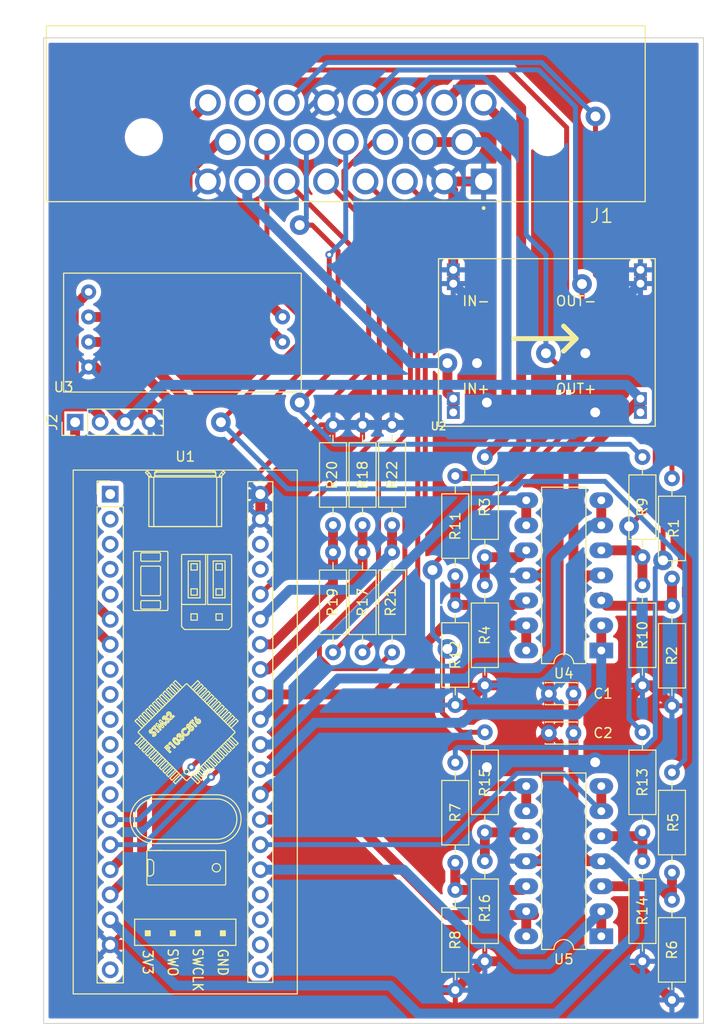
<source format=kicad_pcb>
(kicad_pcb (version 20211014) (generator pcbnew)
  (layers (0 "F.Cu" signal "cobre frontal") (31 "B.Cu" signal "Cobre traseira") (34 "B.Paste" user "Pasta traseira") (35 "F.Paste" user "Pasta frontal") (36 "B.SilkS" user "Serigrafia traseira") (37 "F.SilkS" user "Serigrafia frontal") (38 "B.Mask" user "Máscara traseira") (39 "F.Mask" user "Máscara frontal") (44 "Edge.Cuts" user "Cortes contorno"))
  (net 0 "")
  (net 1 "GND")
  (net 2 "+5V")
  (net 3 "CAN_H")
  (net 4 "FREIOS_IN_2")
  (net 5 "CAN_L")
  (net 6 "BOTS_IN")
  (net 7 "INERTIA_IN")
  (net 8 "PWT_IN_1")
  (net 9 "PWT_IN_2")
  (net 10 "+12V")
  (net 11 "PWT_IN_4")
  (net 12 "FREIOS_IN_1")
  (net 13 "ADC_IN_1")
  (net 14 "FREIOS_IN_3")
  (net 15 "TPS_IN_1")
  (net 16 "TPS_IN_2")
  (net 17 "ADC_IN_3")
  (net 18 "ADC_IN_2")
  (net 19 "Net-(R1-Pad2)")
  (net 20 "Net-(R3-Pad2)")
  (net 21 "Net-(R5-Pad2)")
  (net 22 "Net-(R7-Pad2)")
  (net 23 "Net-(R10-Pad1)")
  (net 24 "Net-(R11-Pad2)")
  (net 25 "Net-(R13-Pad2)")
  (net 26 "Net-(R15-Pad2)")
  (net 45 "SHUT_IN")
  (net 46 "Net-(J2-Pad1)")
  (net 47 "Net-(J2-Pad2)")
  (net 48 "BOTS_OUT")
  (net 49 "INERTIA_OUT")
  (net 50 "SHUT_OUT")
  (net 51 "FREIOS_OUT_3")
  (net 52 "FREIOS_OUT_2")
  (net 53 "FREIOS_OUT_1")
  (net 54 "TPS_OUT_2")
  (net 55 "TPS_OUT_1")
  (net 56 "ADC_OUT_3")
  (net 57 "ADC_OUT_2")
  (net 58 "ADC_OUT_1")
  (net 59 "CAN_RX")
  (net 60 "CAN_TX")
  (footprint "Capacitor_THT:C_Disc_D3.0mm_W2.0mm_P2.50mm" (layer "F.Cu") (at 88.795 122.535 180)
    (fp_text reference "C2")
    (fp_text value "100nF")
  )
  (footprint "Resistor_THT:R_Axial_DIN0207_L6.3mm_D2.5mm_P10.16mm_Horizontal" (layer "F.Cu") (at 79.795 107.535 -90)
    (fp_text reference "R4")
    (fp_text value "10K")
  )
  (footprint "Resistor_THT:R_Axial_DIN0207_L6.3mm_D2.5mm_P10.16mm_Horizontal" (layer "F.Cu") (at 76.795 109.535 -90)
    (fp_text reference "R12")
    (fp_text value "10K")
  )
  (footprint "Resistor_THT:R_Axial_DIN0207_L6.3mm_D2.5mm_P10.16mm_Horizontal" (layer "F.Cu") (at 76.795 125.535 -90)
    (fp_text reference "R7")
    (fp_text value "10K")
  )
  (footprint "Resistor_THT:R_Axial_DIN0207_L6.3mm_D2.5mm_P10.16mm_Horizontal" (layer "F.Cu") (at 98.795 96.695 -90)
    (fp_text reference "R1")
    (fp_text value "10K")
  )
  (footprint "Resistor_THT:R_Axial_DIN0207_L6.3mm_D2.5mm_P10.16mm_Horizontal" (layer "F.Cu") (at 79.795 122.455 -90)
    (fp_text reference "R15")
    (fp_text value "10K")
  )
  (footprint "Resistor_THT:R_Axial_DIN0207_L6.3mm_D2.5mm_P10.16mm_Horizontal" (layer "F.Cu") (at 98.795 139.455 -90)
    (fp_text reference "R6")
    (fp_text value "10K")
  )
  (footprint "Resistor_THT:R_Axial_DIN0207_L6.3mm_D2.5mm_P10.16mm_Horizontal" (layer "F.Cu") (at 95.795 94.535 -90)
    (fp_text reference "R9")
    (fp_text value "10K")
  )
  (footprint "Connector_PinHeader_2.54mm:PinHeader_1x04_P2.54mm_Vertical" (layer "F.Cu") (at 38.2 91 90)
    (fp_text reference "J2")
    (fp_text value "UART")
  )
  (footprint "Resistor_THT:R_Axial_DIN0207_L6.3mm_D2.5mm_P10.16mm_Horizontal" (layer "F.Cu") (at 95.795 107.535 -90)
    (fp_text reference "R10")
    (fp_text value "10K")
  )
  (footprint "Resistor_THT:R_Axial_DIN0207_L6.3mm_D2.5mm_P10.16mm_Horizontal" (layer "F.Cu") (at 76.795 96.455 -90)
    (fp_text reference "R11")
    (fp_text value "10K")
  )
  (footprint "Resistor_THT:R_Axial_DIN0207_L6.3mm_D2.5mm_P10.16mm_Horizontal" (layer "F.Cu") (at 95.795 135.535 -90)
    (fp_text reference "R14")
    (fp_text value "10K")
  )
  (footprint "Resistor_THT:R_Axial_DIN0207_L6.3mm_D2.5mm_P10.16mm_Horizontal" (layer "F.Cu") (at 79.795 135.535 -90)
    (fp_text reference "R16")
    (fp_text value "10K")
  )
  (footprint "Package_DIP:DIP-14_W7.62mm_LongPads" (layer "F.Cu") (at 91.62 114.16 180)
    (fp_text reference "U4")
    (fp_text value "LM324")
  )
  (footprint "Resistor_THT:R_Axial_DIN0207_L6.3mm_D2.5mm_P10.16mm_Horizontal" (layer "F.Cu") (at 67.38 114.35 90)
    (fp_text reference "R17")
    (fp_text value "30K")
  )
  (footprint "Resistor_THT:R_Axial_DIN0207_L6.3mm_D2.5mm_P10.16mm_Horizontal" (layer "F.Cu") (at 64.38 114.35 90)
    (fp_text reference "R19")
    (fp_text value "30K")
  )
  (footprint "Resistor_THT:R_Axial_DIN0207_L6.3mm_D2.5mm_P10.16mm_Horizontal" (layer "F.Cu") (at 70.38 114.35 90)
    (fp_text reference "R21")
    (fp_text value "30K")
  )
  (footprint "Package_DIP:DIP-14_W7.62mm_LongPads" (layer "F.Cu") (at 91.62 143.16 180)
    (fp_text reference "U5")
    (fp_text value "LM324")
  )
  (footprint "Resistor_THT:R_Axial_DIN0207_L6.3mm_D2.5mm_P10.16mm_Horizontal" (layer "F.Cu") (at 76.795 138.455 -90)
    (fp_text reference "R8")
    (fp_text value "10K")
  )
  (footprint "Resistor_THT:R_Axial_DIN0207_L6.3mm_D2.5mm_P10.16mm_Horizontal" (layer "F.Cu") (at 95.795 122.455 -90)
    (fp_text reference "R13")
    (fp_text value "10K")
  )
  (footprint "STM32:YAAJ_BluePill_1" (layer "F.Cu") (at 41.76 98.3)
    (fp_text reference "U1")
    (fp_text value "YAAJ_BluePill" hide)
  )
  (footprint "Resistor_THT:R_Axial_DIN0207_L6.3mm_D2.5mm_P10.16mm_Horizontal" (layer "F.Cu") (at 79.795 94.535 -90)
    (fp_text reference "R3")
    (fp_text value "10K")
  )
  (footprint "Resistor_THT:R_Axial_DIN0207_L6.3mm_D2.5mm_P10.16mm_Horizontal" (layer "F.Cu") (at 98.795 126.535 -90)
    (fp_text reference "R5")
    (fp_text value "10K")
  )
  (footprint "Resistor_THT:R_Axial_DIN0207_L6.3mm_D2.5mm_P10.16mm_Horizontal" (layer "F.Cu") (at 70.38 101.43 90)
    (fp_text reference "R22")
    (fp_text value "10K")
  )
  (footprint "Cheetah:DC-BRICK" (layer "F.Cu") (at 75.09325 91.40675)
    (fp_text reference "U2")
    (fp_text value "MP1584")
  )
  (footprint "Resistor_THT:R_Axial_DIN0207_L6.3mm_D2.5mm_P10.16mm_Horizontal" (layer "F.Cu") (at 64.38 101.43 90)
    (fp_text reference "R20")
    (fp_text value "10K")
  )
  (footprint "Resistor_THT:R_Axial_DIN0207_L6.3mm_D2.5mm_P10.16mm_Horizontal" (layer "F.Cu") (at 98.795 109.615 -90)
    (fp_text reference "R2")
    (fp_text value "10K")
  )
  (footprint "Resistor_THT:R_Axial_DIN0207_L6.3mm_D2.5mm_P10.16mm_Horizontal" (layer "F.Cu") (at 67.38 101.43 90)
    (fp_text reference "R18")
    (fp_text value "10K")
  )
  (footprint "Cheetah:TJA1050-Module" (layer "F.Cu") (at 37.03 87.9375)
    (fp_text reference "U3")
    (fp_text value "TJA1050-Module")
  )
  (footprint "Ampseal 23:TE_1-776087-1" (layer "F.Cu") (at 79.675 66.5725 180)
    (fp_text reference "J1")
    (fp_text value "1-776087-1")
  )
  (footprint "Capacitor_THT:C_Disc_D3.0mm_W2.0mm_P2.50mm" (layer "F.Cu") (at 88.795 118.535 180)
    (fp_text reference "C1")
    (fp_text value "100nF")
  )
  (gr_rect (start 35 52) (end 102 152) (layer "Edge.Cuts") (width 0.1) (fill none))
  (segment (start 76.59325 67.49075) (end 75.675 66.5725) (width 1) (layer "F.Cu") (net 1))
  (segment (start 77.795 119.695) (end 79.795 117.695) (width 1) (layer "F.Cu") (net 1))
  (segment (start 83.409905 117.695) (end 85.682452 115.422452) (width 1) (layer "F.Cu") (net 1))
  (segment (start 87 95) (end 90 92) (width 1) (layer "F.Cu") (net 1))
  (segment (start 90 92) (end 90 91) (width 1) (layer "F.Cu") (net 1))
  (segment (start 57.35 98.3) (end 57 98.3) (width 1) (layer "F.Cu") (net 1))
  (segment (start 85.4 106.54) (end 87 104.94) (width 1) (layer "F.Cu") (net 1))
  (segment (start 86.295 116.035) (end 85.682452 115.422452) (width 1) (layer "F.Cu") (net 1))
  (segment (start 85.4 106.54) (end 84 106.54) (width 1) (layer "F.Cu") (net 1))
  (segment (start 86.795 107.935) (end 85.4 106.54) (width 1) (layer "F.Cu") (net 1))
  (segment (start 95.795 146.535) (end 90.995978 146.535) (width 1) (layer "F.Cu") (net 1))
  (segment (start 95.59325 75.53675) (end 95.59325 76.93675) (width 1) (layer "F.Cu") (net 1))
  (segment (start 64.38 91.27) (end 57.35 98.3) (width 1) (layer "F.Cu") (net 1))
  (segment (start 80 86) (end 79 85) (width 1) (layer "F.Cu") (net 1))
  (segment (start 79.795 117.695) (end 83.409905 117.695) (width 1) (layer "F.Cu") (net 1))
  (segment (start 96.715 117.695) (end 98.795 119.775) (width 1) (layer "F.Cu") (net 1))
  (segment (start 86.295 122.535) (end 86.295 118.535) (width 1) (layer "F.Cu") (net 1))
  (segment (start 95.795 145.695) (end 95.795 146.535) (width 1) (layer "F.Cu") (net 1))
  (segment (start 87.895489 143.434511) (end 86.295 141.834022) (width 1) (layer "F.Cu") (net 1))
  (segment (start 86.295 134.645) (end 86.295 122.535) (width 1) (layer "F.Cu") (net 1))
  (segment (start 79.715 145.695) (end 76.795 148.615) (width 1) (layer "F.Cu") (net 1))
  (segment (start 40.2175 85.3975) (end 39.57 85.3975) (width 1) (layer "F.Cu") (net 1))
  (segment (start 91 85) (end 90 84) (width 1) (layer "F.Cu") (net 1))
  (segment (start 87 104.94) (end 87 95) (width 1) (layer "F.Cu") (net 1))
  (segment (start 95.795 146.615) (end 98.795 149.615) (width 1) (layer "F.Cu") (net 1))
  (segment (start 91 122.49) (end 91 125.4995) (width 1) (layer "F.Cu") (net 1))
  (segment (start 76.59325 75.53675) (end 76.59325 76.93675) (width 1) (layer "F.Cu") (net 1))
  (segment (start 79.675 66.5725) (end 75.675 66.5725) (width 1) (layer "F.Cu") (net 1))
  (segment (start 82.83 126) (end 86.295 122.535) (width 1) (layer "F.Cu") (net 1))
  (segment (start 91 90) (end 91 85) (width 1) (layer "F.Cu") (net 1))
  (segment (start 85.4 135.54) (end 86.295 134.645) (width 1) (layer "F.Cu") (net 1))
  (segment (start 76.795 148.615) (end 48.615 148.615) (width 1) (layer "F.Cu") (net 1))
  (segment (start 86.295 141.834022) (end 86.295 134.645) (width 1) (layer "F.Cu") (net 1))
  (segment (start 57 98.3) (end 57 100.84) (width 1) (layer "F.Cu") (net 1))
  (segment (start 90.995978 146.535) (end 87.895489 143.434511) (width 1) (layer "F.Cu") (net 1))
  (segment (start 76.795 119.695) (end 77.795 119.695) (width 1) (layer "F.Cu") (net 1))
  (segment (start 44.02 144.02) (end 41.76 144.02) (width 1) (layer "F.Cu") (net 1))
  (segment (start 87.895489 143.434511) (end 85.635 145.695) (width 1) (layer "F.Cu") (net 1))
  (segment (start 85.635 145.695) (end 79.795 145.695) (width 1) (layer "F.Cu") (net 1))
  (segment (start 80 126) (end 82.83 126) (width 1) (layer "F.Cu") (net 1))
  (segment (start 76.59325 75.53675) (end 76.59325 67.49075) (width 1) (layer "F.Cu") (net 1))
  (segment (start 95.795 117.695) (end 96.715 117.695) (width 1) (layer "F.Cu") (net 1))
  (segment (start 86.795 114.309905) (end 86.795 107.935) (width 1) (layer "F.Cu") (net 1))
  (segment (start 45.82 91) (end 40.2175 85.3975) (width 1) (layer "F.Cu") (net 1))
  (segment (start 90 91) (end 91 90) (width 1) (layer "F.Cu") (net 1))
  (segment (start 48.615 148.615) (end 44.02 144.02) (width 1) (layer "F.Cu") (net 1))
  (segment (start 79.795 145.695) (end 79.715 145.695) (width 1) (layer "F.Cu") (net 1))
  (segment (start 95.795 146.535) (end 95.795 146.615) (width 1) (layer "F.Cu") (net 1))
  (segment (start 86.295 118.535) (end 86.295 116.035) (width 1) (layer "F.Cu") (net 1))
  (segment (start 84 135.54) (end 85.4 135.54) (width 1) (layer "F.Cu") (net 1))
  (segment (start 95.795 117.695) (end 91 122.49) (width 1) (layer "F.Cu") (net 1))
  (segment (start 85.682452 115.422452) (end 86.795 114.309905) (width 1) (layer "F.Cu") (net 1))
  (segment (start 80 89) (end 80 86) (width 1) (layer "F.Cu") (net 1))
  (via (at 80 89) (size 2) (drill 1) (layers "F.Cu" "B.Cu") (net 1))
  (via (at 91 125.4995) (size 2) (drill 1) (layers "F.Cu" "B.Cu") (net 1))
  (via (at 79 85) (size 2) (drill 1) (layers "F.Cu" "B.Cu") (net 1))
  (via (at 80 126) (size 2) (drill 1) (layers "F.Cu" "B.Cu") (net 1))
  (via (at 91 90) (size 2) (drill 1) (layers "F.Cu" "B.Cu") (net 1))
  (via (at 90 84) (size 2) (drill 1) (layers "F.Cu" "B.Cu") (net 1))
  (segment (start 71.862989 63.323061) (end 75.112428 66.5725) (width 0.5) (layer "B.Cu") (net 1))
  (segment (start 70.38 91.27) (end 67.38 91.27) (width 1) (layer "B.Cu") (net 1))
  (segment (start 79.235969 89.764031) (end 80 89) (width 1) (layer "B.Cu") (net 1))
  (segment (start 74.27 91.27) (end 75.27 91.27) (width 1) (layer "B.Cu") (net 1))
  (segment (start 76.235969 92.235969) (end 79.235969 92.235969) (width 1) (layer "B.Cu") (net 1))
  (segment (start 62.4275 58.5725) (end 63.675 58.5725) (width 0.5) (layer "B.Cu") (net 1))
  (segment (start 75.27 91.27) (end 76.235969 92.235969) (width 1) (layer "B.Cu") (net 1))
  (segment (start 90 84) (end 90 82.53) (width 1) (layer "B.Cu") (net 1))
  (segment (start 91 125.4995) (end 80.5005 125.4995) (width 1) (layer "B.Cu") (net 1))
  (segment (start 59.862989 61.137011) (end 62.4275 58.5725) (width 0.5) (layer "B.Cu") (net 1))
  (segment (start 70.049583 60.384511) (end 71.862989 62.197917) (width 0.5) (layer "B.Cu") (net 1))
  (segment (start 65.487011 60.384511) (end 70.049583 60.384511) (width 0.5) (layer "B.Cu") (net 1))
  (segment (start 59.862989 62.947083) (end 59.862989 61.137011) (width 0.5) (layer "B.Cu") (net 1))
  (segment (start 79.235969 92.235969) (end 79.235969 89.764031) (width 1) (layer "B.Cu") (net 1))
  (segment (start 53.487011 64.760489) (end 58.049583 64.760489) (width 0.5) (layer "B.Cu") (net 1))
  (segment (start 88.764031 92.235969) (end 91 90) (width 1) (layer "B.Cu") (net 1))
  (segment (start 90 82.53) (end 95.59325 76.93675) (width 1) (layer "B.Cu") (net 1))
  (segment (start 58.049583 64.760489) (end 59.862989 62.947083) (width 0.5) (layer "B.Cu") (net 1))
  (segment (start 51.675 66.5725) (end 53.487011 64.760489) (width 0.5) (layer "B.Cu") (net 1))
  (segment (start 75.112428 66.5725) (end 75.675 66.5725) (width 0.5) (layer "B.Cu") (net 1))
  (segment (start 57 98.3) (end 53.12 98.3) (width 1) (layer "B.Cu") (net 1))
  (segment (start 80.5005 125.4995) (end 80 126) (width 1) (layer "B.Cu") (net 1))
  (segment (start 64.38 91.27) (end 67.38 91.27) (width 1) (layer "B.Cu") (net 1))
  (segment (start 71.862989 62.197917) (end 71.862989 63.323061) (width 0.5) (layer "B.Cu") (net 1))
  (segment (start 79 85) (end 79 79.3435) (width 1) (layer "B.Cu") (net 1))
  (segment (start 53.12 98.3) (end 45.82 91) (width 1) (layer "B.Cu") (net 1))
  (segment (start 79 79.3435) (end 76.59325 76.93675) (width 1) (layer "B.Cu") (net 1))
  (segment (start 70.38 91.27) (end 74.27 91.27) (width 1) (layer "B.Cu") (net 1))
  (segment (start 63.675 58.5725) (end 65.487011 60.384511) (width 0.5) (layer "B.Cu") (net 1))
  (segment (start 79.235969 92.235969) (end 88.764031 92.235969) (width 1) (layer "B.Cu") (net 1))
  (segment (start 88.795 95.405) (end 88.795 108.205) (width 1) (layer "F.Cu") (net 2))
  (segment (start 88.795 134.115) (end 90.22 135.54) (width 1) (layer "F.Cu") (net 2))
  (segment (start 39.150969 88.150969) (end 38.058489 87.058489) (width 1) (layer "F.Cu") (net 2))
  (segment (start 88.795 118.535) (end 88.795 108.205) (width 1) (layer "F.Cu") (net 2))
  (segment (start 90.22 135.54) (end 91.62 135.54) (width 1) (layer "F.Cu") (net 2))
  (segment (start 88.795 122.535) (end 88.795 134.115) (width 1) (layer "F.Cu") (net 2))
  (segment (start 43.28 91) (end 40.430969 88.150969) (width 1) (layer "F.Cu") (net 2))
  (segment (start 90.22 106.54) (end 91.62 106.54) (width 1) (layer "F.Cu") (net 2))
  (segment (start 95.59325 88.60675) (end 88.795 95.405) (width 1) (layer "F.Cu") (net 2))
  (segment (start 73.675 62.5725) (end 77.675 62.5725) (width 1) (layer "F.Cu") (net 2))
  (segment (start 88.795 107.965) (end 90.22 106.54) (width 1) (layer "F.Cu") (net 2))
  (segment (start 40.430969 88.150969) (end 39.150969 88.150969) (width 1) (layer "F.Cu") (net 2))
  (segment (start 88.795 118.535) (end 88.795 122.535) (width 1) (layer "F.Cu") (net 2))
  (segment (start 88.795 108.205) (end 88.795 107.965) (width 1) (layer "F.Cu") (net 2))
  (segment (start 38.058489 79.289011) (end 39.57 77.7775) (width 1) (layer "F.Cu") (net 2))
  (segment (start 95.59325 88.60675) (end 95.59325 90.00675) (width 1) (layer "F.Cu") (net 2))
  (segment (start 38.058489 87.058489) (end 38.058489 79.289011) (width 1) (layer "F.Cu") (net 2))
  (segment (start 77.675 62.5725) (end 79.799022 62.5725) (width 1) (layer "B.Cu") (net 2))
  (segment (start 92.54 135.54) (end 95 138) (width 1) (layer "B.Cu") (net 2))
  (segment (start 70.159511 148.159511) (end 73 151) (width 1) (layer "B.Cu") (net 2))
  (segment (start 47.076761 87.203239) (end 43.28 91) (width 1) (layer "B.Cu") (net 2))
  (segment (start 81.796761 87.203239) (end 47.076761 87.203239) (width 1) (layer "B.Cu") (net 2))
  (segment (start 87 151) (end 95 143) (width 1) (layer "B.Cu") (net 2))
  (segment (start 48.439511 148.159511) (end 70.159511 148.159511) (width 1) (layer "B.Cu") (net 2))
  (segment (start 95 143) (end 95 138) (width 1) (layer "B.Cu") (net 2))
  (segment (start 41.76 141.48) (end 48.439511 148.159511) (width 1) (layer "B.Cu") (net 2))
  (segment (start 82 87) (end 81.796761 87.203239) (width 1) (layer "B.Cu") (net 2))
  (segment (start 73 151) (end 87 151) (width 1) (layer "B.Cu") (net 2))
  (segment (start 82 64.773478) (end 82 87) (width 1) (layer "B.Cu") (net 2))
  (segment (start 95.59325 88.60675) (end 94.189739 87.203239) (width 1) (layer "B.Cu") (net 2))
  (segment (start 79.799022 62.5725) (end 82 64.773478) (width 1) (layer "B.Cu") (net 2))
  (segment (start 94.189739 87.203239) (end 81.796761 87.203239) (width 1) (layer "B.Cu") (net 2))
  (segment (start 91.62 135.54) (end 92.54 135.54) (width 1) (layer "B.Cu") (net 2))
  (segment (start 59.255 80.3175) (end 49.612989 70.675489) (width 1) (layer "F.Cu") (net 3))
  (segment (start 52.758875 62.5725) (end 53.675 62.5725) (width 1) (layer "F.Cu") (net 3))
  (segment (start 49.612989 70.675489) (end 49.612989 65.718386) (width 1) (layer "F.Cu") (net 3))
  (segment (start 49.612989 65.718386) (end 52.758875 62.5725) (width 1) (layer "F.Cu") (net 3))
  (segment (start 79.795 94.535) (end 81.987011 92.342989) (width 1) (layer "F.Cu") (net 4))
  (segment (start 81.987011 92.342989) (end 81.987011 60.884511) (width 1) (layer "F.Cu") (net 4))
  (segment (start 81.987011 60.884511) (end 79.675 58.5725) (width 1) (layer "F.Cu") (net 4))
  (segment (start 48 71.6025) (end 48 62.2475) (width 1) (layer "F.Cu") (net 5))
  (segment (start 48 62.2475) (end 51.675 58.5725) (width 1) (layer "F.Cu") (net 5))
  (segment (start 59.255 82.8575) (end 48 71.6025) (width 1) (layer "F.Cu") (net 5))
  (segment (start 72.9875 108.7425) (end 72.9875 102.0125) (width 0.5) (layer "F.Cu") (net 6))
  (segment (start 72.9875 102.0125) (end 73.73702 101.26298) (width 0.5) (layer "F.Cu") (net 6))
  (segment (start 73.74952 96.9875) (end 73.74952 68.64702) (width 0.5) (layer "F.Cu") (net 6))
  (segment (start 67.38 114.35) (end 72.9875 108.7425) (width 0.5) (layer "F.Cu") (net 6))
  (segment (start 73.74952 68.64702) (end 71.675 66.5725) (width 0.5) (layer "F.Cu") (net 6))
  (segment (start 73.73702 97) (end 73.74952 96.9875) (width 0.5) (layer "F.Cu") (net 6))
  (segment (start 73.73702 101.26298) (end 73.73702 97) (width 0.5) (layer "F.Cu") (net 6))
  (segment (start 72.9875 99.0125) (end 71.679511 100.320489) (width 0.5) (layer "F.Cu") (net 7))
  (segment (start 67.675 66.5725) (end 73 71.8975) (width 0.5) (layer "F.Cu") (net 7))
  (segment (start 73 71.8975) (end 72.9875 71.91) (width 0.5) (layer "F.Cu") (net 7))
  (segment (start 71.679511 100.320489) (end 71.679511 107.050489) (width 0.5) (layer "F.Cu") (net 7))
  (segment (start 71.679511 107.050489) (end 64.38 114.35) (width 0.5) (layer "F.Cu") (net 7))
  (segment (start 72.9875 71.91) (end 72.9875 99.0125) (width 0.5) (layer "F.Cu") (net 7))
  (segment (start 69.080489 92.315977) (end 61 100.396466) (width 0.5) (layer "F.Cu") (net 8))
  (segment (start 69.080489 71.977989) (end 69.080489 92.315977) (width 0.5) (layer "F.Cu") (net 8))
  (segment (start 61 104.46) (end 57 108.46) (width 0.5) (layer "F.Cu") (net 8))
  (segment (start 63.675 66.5725) (end 69.080489 71.977989) (width 0.5) (layer "F.Cu") (net 8))
  (segment (start 61 100.396466) (end 61 104.46) (width 0.5) (layer "F.Cu") (net 8))
  (segment (start 53 100) (end 53 126) (width 0.5) (layer "F.Cu") (net 9))
  (segment (start 59.675 66.5725) (end 68 74.8975) (width 0.5) (layer "F.Cu") (net 9))
  (segment (start 53 126) (end 52 127) (width 0.5) (layer "F.Cu") (net 9))
  (segment (start 68 85) (end 53 100) (width 0.5) (layer "F.Cu") (net 9))
  (segment (start 68 74.8975) (end 68 85) (width 0.5) (layer "F.Cu") (net 9))
  (via (at 52 127) (size 0.8) (drill 0.4) (layers "F.Cu" "B.Cu") (net 9))
  (segment (start 45.14 133.86) (end 41.76 133.86) (width 0.5) (layer "B.Cu") (net 9))
  (segment (start 52 127) (end 45.14 133.86) (width 0.5) (layer "B.Cu") (net 9))
  (segment (start 76 85) (end 76 88.0135) (width 1) (layer "F.Cu") (net 10))
  (segment (start 76 88.0135) (end 76.59325 88.60675) (width 1) (layer "F.Cu") (net 10))
  (segment (start 76.59325 90.00675) (end 76.59325 88.60675) (width 1) (layer "F.Cu") (net 10))
  (via (at 76 85) (size 2) (drill 1) (layers "F.Cu" "B.Cu") (net 10))
  (segment (start 72.246345 85) (end 76 85) (width 1) (layer "B.Cu") (net 10))
  (segment (start 55.675 68.428655) (end 72.246345 85) (width 1) (layer "B.Cu") (net 10))
  (segment (start 55.675 66.5725) (end 55.675 68.428655) (width 1) (layer "B.Cu") (net 10))
  (segment (start 52 95) (end 64 83) (width 0.5) (layer "F.Cu") (net 11))
  (segment (start 52 124) (end 52 95) (width 0.5) (layer "F.Cu") (net 11))
  (segment (start 50 126) (end 52 124) (width 0.5) (layer "F.Cu") (net 11))
  (segment (start 64 83) (end 64 74) (width 0.5) (layer "F.Cu") (net 11))
  (via (at 64 74) (size 0.8) (drill 0.4) (layers "F.Cu" "B.Cu") (net 11))
  (via (at 50 126) (size 0.8) (drill 0.4) (layers "F.Cu" "B.Cu") (net 11))
  (segment (start 44.68 131.32) (end 50 126) (width 0.5) (layer "B.Cu") (net 11))
  (segment (start 65.675 72.325) (end 65.675 62.5725) (width 0.5) (layer "B.Cu") (net 11))
  (segment (start 64 74) (end 65.675 72.325) (width 0.5) (layer "B.Cu") (net 11))
  (segment (start 41.76 131.32) (end 44.68 131.32) (width 0.5) (layer "B.Cu") (net 11))
  (segment (start 61 89) (end 64.899511 85.100489) (width 0.5) (layer "F.Cu") (net 12))
  (segment (start 62.272102 71) (end 61 71) (width 0.5) (layer "F.Cu") (net 12))
  (segment (start 64.899511 73.627409) (end 62.272102 71) (width 0.5) (layer "F.Cu") (net 12))
  (segment (start 64.899511 85.100489) (end 64.899511 73.627409) (width 0.5) (layer "F.Cu") (net 12))
  (via (at 61 89) (size 2) (drill 1) (layers "F.Cu" "B.Cu") (net 12))
  (via (at 61 71) (size 2) (drill 1) (layers "F.Cu" "B.Cu") (net 12))
  (segment (start 61 71) (end 61.675 70.325) (width 0.5) (layer "B.Cu") (net 12))
  (segment (start 94.495489 93.235489) (end 77.235489 93.235489) (width 0.5) (layer "B.Cu") (net 12))
  (segment (start 61.675 70.325) (end 61.675 62.5725) (width 0.5) (layer "B.Cu") (net 12))
  (segment (start 61 89.727787) (end 61 89) (width 0.5) (layer "B.Cu") (net 12))
  (segment (start 64.507702 93.235489) (end 61 89.727787) (width 0.5) (layer "B.Cu") (net 12))
  (segment (start 77.235489 93.235489) (end 64.507702 93.235489) (width 0.5) (layer "B.Cu") (net 12))
  (segment (start 95.795 94.535) (end 94.495489 93.235489) (width 0.5) (layer "B.Cu") (net 12))
  (segment (start 54.896547 89) (end 53 90.896547) (width 0.5) (layer "F.Cu") (net 13))
  (segment (start 57.675 62.5725) (end 57.675 76.953453) (width 0.5) (layer "F.Cu") (net 13))
  (segment (start 60.970009 82.926538) (end 54.896547 89) (width 0.5) (layer "F.Cu") (net 13))
  (segment (start 57.675 76.953453) (end 60.970009 80.248462) (width 0.5) (layer "F.Cu") (net 13))
  (segment (start 60.970009 80.248462) (end 60.970009 82.926538) (width 0.5) (layer "F.Cu") (net 13))
  (segment (start 53 90.896547) (end 53 91) (width 0.5) (layer "F.Cu") (net 13))
  (via (at 53 91) (size 2) (drill 1) (layers "F.Cu" "B.Cu") (net 13))
  (segment (start 100.094511 125.235489) (end 98.795 126.535) (width 0.5) (layer "B.Cu") (net 13))
  (segment (start 59.754511 97.754511) (end 82.927691 97.754511) (width 0.5) (layer "B.Cu") (net 13))
  (segment (start 83.682202 97) (end 92 97) (width 0.5) (layer "B.Cu") (net 13))
  (segment (start 53 91) (end 59.754511 97.754511) (width 0.5) (layer "B.Cu") (net 13))
  (segment (start 82.927691 97.754511) (end 83.682202 97) (width 0.5) (layer "B.Cu") (net 13))
  (segment (start 92 97) (end 100.094511 105.094511) (width 0.5) (layer "B.Cu") (net 13))
  (segment (start 100.094511 105.094511) (end 100.094511 125.235489) (width 0.5) (layer "B.Cu") (net 13))
  (segment (start 83.486531 93.388363) (end 83.486531 59.114353) (width 1) (layer "F.Cu") (net 14))
  (segment (start 77.987011 56.260489) (end 75.675 58.5725) (width 1) (layer "F.Cu") (net 14))
  (segment (start 80.419894 96.455) (end 83.486531 93.388363) (width 1) (layer "F.Cu") (net 14))
  (segment (start 83.486531 59.114353) (end 80.632667 56.260489) (width 1) (layer "F.Cu") (net 14))
  (segment (start 80.632667 56.260489) (end 77.987011 56.260489) (width 1) (layer "F.Cu") (net 14))
  (segment (start 76.795 96.455) (end 80.419894 96.455) (width 1) (layer "F.Cu") (net 14))
  (segment (start 75.495489 114.504511) (end 75.495489 120.495489) (width 0.5) (layer "F.Cu") (net 15))
  (segment (start 87.79452 92.20548) (end 74.487 105.513) (width 0.5) (layer "F.Cu") (net 15))
  (segment (start 75.495489 120.495489) (end 77.455 122.455) (width 0.5) (layer "F.Cu") (net 15))
  (segment (start 77.455 122.455) (end 79.795 122.455) (width 0.5) (layer "F.Cu") (net 15))
  (segment (start 76 114) (end 75.495489 114.504511) (width 0.5) (layer "F.Cu") (net 15))
  (segment (start 87.79452 85.79452) (end 87.79452 92.20548) (width 0.5) (layer "F.Cu") (net 15))
  (segment (start 74.487 105.513) (end 74.487 106) (width 0.5) (layer "F.Cu") (net 15))
  (segment (start 86 84) (end 87.79452 85.79452) (width 0.5) (layer "F.Cu") (net 15))
  (via (at 76 114) (size 2) (drill 1) (layers "F.Cu" "B.Cu") (net 15))
  (via (at 86 84) (size 2) (drill 1) (layers "F.Cu" "B.Cu") (net 15))
  (via (at 74.487 106) (size 2) (drill 1) (layers "F.Cu" "B.Cu") (net 15))
  (segment (start 84 72) (end 86 74) (width 0.5) (layer "B.Cu") (net 15))
  (segment (start 84 72) (end 84 60.334928) (width 0.5) (layer "B.Cu") (net 15))
  (segment (start 71.675 58.5725) (end 74.2475 56) (width 0.5) (layer "B.Cu") (net 15))
  (segment (start 86 74) (end 86 84) (width 0.5) (layer "B.Cu") (net 15))
  (segment (start 74.487 112.487) (end 76 114) (width 0.5) (layer "B.Cu") (net 15))
  (segment (start 74.487 106) (end 74.487 112.487) (width 0.5) (layer "B.Cu") (net 15))
  (segment (start 79.665072 56) (end 74.2475 56) (width 0.5) (layer "B.Cu") (net 15))
  (segment (start 84 60.334928) (end 79.665072 56) (width 0.5) (layer "B.Cu") (net 15))
  (segment (start 89.662655 78.602673) (end 98.795 87.735018) (width 0.5) (layer "F.Cu") (net 16))
  (segment (start 98.795 87.735018) (end 98.795 96.695) (width 0.5) (layer "F.Cu") (net 16))
  (segment (start 89.662655 76.973684) (end 89.662655 78.602673) (width 0.5) (layer "F.Cu") (net 16))
  (via (at 89.662655 76.973684) (size 2) (drill 1) (layers "F.Cu" "B.Cu") (net 16))
  (segment (start 89 76.311029) (end 89.662655 76.973684) (width 0.5) (layer "B.Cu") (net 16))
  (segment (start 70.99702 55.25048) (end 85.25048 55.25048) (width 0.5) (layer "B.Cu") (net 16))
  (segment (start 67.675 58.5725) (end 70.99702 55.25048) (width 0.5) (layer "B.Cu") (net 16))
  (segment (start 89 59) (end 87 57) (width 0.5) (layer "B.Cu") (net 16))
  (segment (start 89 59) (end 89 76.311029) (width 0.5) (layer "B.Cu") (net 16))
  (segment (start 85.25048 55.25048) (end 87 57) (width 0.5) (layer "B.Cu") (net 16))
  (segment (start 100.094511 85.094511) (end 91.029991 76.029991) (width 0.5) (layer "F.Cu") (net 17))
  (segment (start 91.029991 76.029991) (end 91.029991 59.970009) (width 0.5) (layer "F.Cu") (net 17))
  (segment (start 97.893701 105.014315) (end 97.893701 101.106299) (width 0.5) (layer "F.Cu") (net 17))
  (segment (start 100.094511 98.905489) (end 100.094511 85.094511) (width 0.5) (layer "F.Cu") (net 17))
  (segment (start 97.893701 101.106299) (end 100.094511 98.905489) (width 0.5) (layer "F.Cu") (net 17))
  (via (at 91.029991 59.970009) (size 2) (drill 1) (layers "F.Cu" "B.Cu") (net 17))
  (via (at 97.893701 105.014315) (size 2) (drill 1) (layers "F.Cu" "B.Cu") (net 17))
  (segment (start 63.2475 55) (end 63.74654 54.50096) (width 0.5) (layer "B.Cu") (net 17))
  (segment (start 97.094511 117.905489) (end 97.094511 105.813505) (width 0.5) (layer "B.Cu") (net 17))
  (segment (start 97.094511 122.993276) (end 97.094511 117.905489) (width 0.5) (layer "B.Cu") (net 17))
  (segment (start 76.795 125.535) (end 76.795 124.205) (width 0.5) (layer "B.Cu") (net 17))
  (segment (start 85.560942 54.50096) (end 91.029991 59.970009) (width 0.5) (layer "B.Cu") (net 17))
  (segment (start 63.74654 54.50096) (end 85.560942 54.50096) (width 0.5) (layer "B.Cu") (net 17))
  (segment (start 76.795 124.205) (end 77 124) (width 0.5) (layer "B.Cu") (net 17))
  (segment (start 97.094511 105.813505) (end 97.893701 105.014315) (width 0.5) (layer "B.Cu") (net 17))
  (segment (start 77 124) (end 96.087787 124) (width 0.5) (layer "B.Cu") (net 17))
  (segment (start 96.087787 124) (end 97.094511 122.993276) (width 0.5) (layer "B.Cu") (net 17))
  (segment (start 59.675 58.5725) (end 59.675 59.325) (width 0.5) (layer "B.Cu") (net 17))
  (segment (start 59.675 58.5725) (end 63.2475 55) (width 0.5) (layer "B.Cu") (net 17))
  (segment (start 88.099521 78.099521) (end 97.094511 87.094511) (width 0.5) (layer "F.Cu") (net 18))
  (segment (start 97.094511 87.094511) (end 97.094511 98.905489) (width 0.5) (layer "F.Cu") (net 18))
  (segment (start 58.98653 55.26097) (end 82.26097 55.26097) (width 0.5) (layer "F.Cu") (net 18))
  (segment (start 88.099521 61.099521) (end 88.099521 78.099521) (width 0.5) (layer "F.Cu") (net 18))
  (segment (start 82.26097 55.26097) (end 88.099521 61.099521) (width 0.5) (layer "F.Cu") (net 18))
  (segment (start 55.675 58.5725) (end 58.98653 55.26097) (width 0.5) (layer "F.Cu") (net 18))
  (segment (start 97.094511 98.905489) (end 94.439693 101.560307) (width 0.5) (layer "F.Cu") (net 18))
  (via (at 94.439693 101.560307) (size 2) (drill 1) (layers "F.Cu" "B.Cu") (net 18))
  (segment (start 94.439693 121.099693) (end 94.439693 101.560307) (width 0.5) (layer "B.Cu") (net 18))
  (segment (start 95.795 122.455) (end 94.439693 121.099693) (width 0.5) (layer "B.Cu") (net 18))
  (segment (start 91.62 109.08) (end 91.62 108.71) (width 1) (layer "F.Cu") (net 19))
  (segment (start 98.795 109.615) (end 92.155 109.615) (width 1) (layer "F.Cu") (net 19))
  (segment (start 92.155 109.615) (end 91.62 109.08) (width 1) (layer "F.Cu") (net 19))
  (segment (start 98.795 106.855) (end 98.795 109.615) (width 1) (layer "F.Cu") (net 19))
  (segment (start 83.305 104.695) (end 84 104) (width 1) (layer "F.Cu") (net 20))
  (segment (start 79.795 107.535) (end 79.795 104.695) (width 1) (layer "F.Cu") (net 20))
  (segment (start 79.795 104.695) (end 83.305 104.695) (width 1) (layer "F.Cu") (net 20))
  (segment (start 97.42 138.08) (end 91.62 138.08) (width 1) (layer "F.Cu") (net 21))
  (segment (start 98.795 139.455) (end 97.42 138.08) (width 1) (layer "F.Cu") (net 21))
  (segment (start 98.795 136.695) (end 98.795 139.455) (width 1) (layer "F.Cu") (net 21))
  (segment (start 76.795 138.455) (end 83.625 138.455) (width 1) (layer "F.Cu") (net 22))
  (segment (start 76.795 138.455) (end 76.795 135.695) (width 1) (layer "F.Cu") (net 22))
  (segment (start 83.625 138.455) (end 84 138.08) (width 1) (layer "F.Cu") (net 22))
  (segment (start 95.795 104.695) (end 95.795 107.535) (width 1) (layer "F.Cu") (net 23))
  (segment (start 95.1 104) (end 95.795 104.695) (width 1) (layer "F.Cu") (net 23))
  (segment (start 91.62 104) (end 95.1 104) (width 1) (layer "F.Cu") (net 23))
  (segment (start 83.545 109.535) (end 84 109.08) (width 1) (layer "F.Cu") (net 24))
  (segment (start 76.795 109.535) (end 83.545 109.535) (width 1) (layer "F.Cu") (net 24))
  (segment (start 76.795 109.535) (end 76.795 106.615) (width 1) (layer "F.Cu") (net 24))
  (segment (start 95.41 133) (end 95.795 132.615) (width 1) (layer "F.Cu") (net 25))
  (segment (start 91.62 133) (end 95.41 133) (width 1) (layer "F.Cu") (net 25))
  (segment (start 95.795 135.535) (end 95.795 132.615) (width 1) (layer "F.Cu") (net 25))
  (segment (start 83.615 132.615) (end 84 133) (width 1) (layer "F.Cu") (net 26))
  (segment (start 79.795 132.615) (end 83.615 132.615) (width 1) (layer "F.Cu") (net 26))
  (segment (start 79.795 135.535) (end 79.795 132.615) (width 1) (layer "F.Cu") (net 26))
  (segment (start 69 95) (end 72.23798 91.76202) (width 0.5) (layer "F.Cu") (net 45))
  (segment (start 68.4275 62.5725) (end 69.675 62.5725) (width 0.5) (layer "F.Cu") (net 45))
  (segment (start 68.73 116) (end 64.192213 116) (width 0.5) (layer "F.Cu") (net 45))
  (segment (start 64.192213 116) (end 63 114.807787) (width 0.5) (layer "F.Cu") (net 45))
  (segment (start 65.487011 65.512989) (end 68.4275 62.5725) (width 0.5) (layer "F.Cu") (net 45))
  (segment (start 63 114.807787) (end 63 113) (width 0.5) (layer "F.Cu") (net 45))
  (segment (start 70.38 114.35) (end 68.73 116) (width 0.5) (layer "F.Cu") (net 45))
  (segment (start 72.23798 74.075498) (end 65.487011 67.324529) (width 0.5) (layer "F.Cu") (net 45))
  (segment (start 69 107) (end 69 95) (width 0.5) (layer "F.Cu") (net 45))
  (segment (start 63 113) (end 69 107) (width 0.5) (layer "F.Cu") (net 45))
  (segment (start 72.23798 91.76202) (end 72.23798 74.075498) (width 0.5) (layer "F.Cu") (net 45))
  (segment (start 65.487011 67.324529) (end 65.487011 65.512989) (width 0.5) (layer "F.Cu") (net 45))
  (segment (start 38.2 91) (end 38.2 107.44) (width 1) (layer "F.Cu") (net 46))
  (segment (start 38.2 107.44) (end 41.76 111) (width 1) (layer "F.Cu") (net 46))
  (segment (start 36.600489 108.380489) (end 41.76 113.54) (width 1) (layer "F.Cu") (net 47))
  (segment (start 40.74 91) (end 40.74 90.340978) (width 1) (layer "F.Cu") (net 47))
  (segment (start 40.74 90.340978) (end 39.799511 89.400489) (width 1) (layer "F.Cu") (net 47))
  (segment (start 39.799511 89.400489) (end 36.600489 89.400489) (width 1) (layer "F.Cu") (net 47))
  (segment (start 36.600489 89.400489) (end 36.600489 108.380489) (width 1) (layer "F.Cu") (net 47))
  (segment (start 57.782723 116.08) (end 57 116.08) (width 1) (layer "F.Cu") (net 48))
  (segment (start 67.38 104.19) (end 67.38 101.43) (width 1) (layer "F.Cu") (net 48))
  (segment (start 67.38 106.482723) (end 57.782723 116.08) (width 1) (layer "F.Cu") (net 48))
  (segment (start 67.38 104.19) (end 67.38 106.482723) (width 1) (layer "F.Cu") (net 48))
  (segment (start 64.38 107.362081) (end 58.202081 113.54) (width 1) (layer "F.Cu") (net 49))
  (segment (start 64.38 104.19) (end 64.38 107.362081) (width 1) (layer "F.Cu") (net 49))
  (segment (start 58.202081 113.54) (end 57 113.54) (width 1) (layer "F.Cu") (net 49))
  (segment (start 64.38 104.19) (end 64.38 101.43) (width 1) (layer "F.Cu") (net 49))
  (segment (start 70.38 104.19) (end 70.38 101.43) (width 1) (layer "F.Cu") (net 50))
  (segment (start 57.075605 111) (end 57 111) (width 1) (layer "F.Cu") (net 50))
  (segment (start 60 108) (end 66.57 108) (width 1) (layer "B.Cu") (net 50))
  (segment (start 57 111) (end 60 108) (width 1) (layer "B.Cu") (net 50))
  (segment (start 66.57 108) (end 70.38 104.19) (width 1) (layer "B.Cu") (net 50))
  (segment (start 68.654894 118.62) (end 75.654894 111.62) (width 1) (layer "F.Cu") (net 51))
  (segment (start 84 111.62) (end 84 114.16) (width 1) (layer "F.Cu") (net 51))
  (segment (start 75.654894 111.62) (end 84 111.62) (width 1) (layer "F.Cu") (net 51))
  (segment (start 57 118.62) (end 68.654894 118.62) (width 1) (layer "F.Cu") (net 51))
  (segment (start 84 101.46) (end 84 98.92) (width 1) (layer "F.Cu") (net 52))
  (segment (start 58.849511 119.386094) (end 57.075605 121.16) (width 1) (layer "B.Cu") (net 52))
  (segment (start 57.075605 121.16) (end 57 121.16) (width 1) (layer "B.Cu") (net 52))
  (segment (start 78.194894 98.92) (end 64.564405 112.550489) (width 1) (layer "B.Cu") (net 52))
  (segment (start 64.564405 112.550489) (end 63.634617 112.550489) (width 1) (layer "B.Cu") (net 52))
  (segment (start 58.849511 117.335595) (end 58.849511 119.386094) (width 1) (layer "B.Cu") (net 52))
  (segment (start 84 98.92) (end 78.194894 98.92) (width 1) (layer "B.Cu") (net 52))
  (segment (start 63.634617 112.550489) (end 58.849511 117.335595) (width 1) (layer "B.Cu") (net 52))
  (segment (start 91.62 98.92) (end 91.62 101.46) (width 1) (layer "F.Cu") (net 53))
  (segment (start 64.902081 117) (end 77.945106 117) (width 1) (layer "B.Cu") (net 53))
  (segment (start 57 123.7) (end 58.202081 123.7) (width 1) (layer "B.Cu") (net 53))
  (segment (start 82.601361 115.895489) (end 82.665392 115.95952) (width 1) (layer "B.Cu") (net 53))
  (segment (start 87 105) (end 90.54 101.46) (width 1) (layer "B.Cu") (net 53))
  (segment (start 87 114.104905) (end 87 105) (width 1) (layer "B.Cu") (net 53))
  (segment (start 85.145385 115.95952) (end 87 114.104905) (width 1) (layer "B.Cu") (net 53))
  (segment (start 58.202081 123.7) (end 64.902081 117) (width 1) (layer "B.Cu") (net 53))
  (segment (start 90.54 101.46) (end 91.62 101.46) (width 1) (layer "B.Cu") (net 53))
  (segment (start 82.665392 115.95952) (end 85.145385 115.95952) (width 1) (layer "B.Cu") (net 53))
  (segment (start 77.945106 117) (end 79.049617 115.895489) (width 1) (layer "B.Cu") (net 53))
  (segment (start 79.049617 115.895489) (end 82.601361 115.895489) (width 1) (layer "B.Cu") (net 53))
  (segment (start 91.62 111.62) (end 91.62 114.16) (width 1) (layer "F.Cu") (net 54))
  (segment (start 62.528212 121.494511) (end 57.782723 126.24) (width 1) (layer "B.Cu") (net 54))
  (segment (start 57.782723 126.24) (end 57 126.24) (width 1) (layer "B.Cu") (net 54))
  (segment (start 89.219405 120.655489) (end 78.379405 120.655489) (width 1) (layer "B.Cu") (net 54))
  (segment (start 91.62 114.16) (end 91.62 118.254894) (width 1) (layer "B.Cu") (net 54))
  (segment (start 77.540383 121.494511) (end 62.528212 121.494511) (width 1) (layer "B.Cu") (net 54))
  (segment (start 78.379405 120.655489) (end 77.540383 121.494511) (width 1) (layer "B.Cu") (net 54))
  (segment (start 91.62 118.254894) (end 89.219405 120.655489) (width 1) (layer "B.Cu") (net 54))
  (segment (start 84 127.92) (end 57.86 127.92) (width 1) (layer "F.Cu") (net 55))
  (segment (start 57.86 127.92) (end 57 128.78) (width 1) (layer "F.Cu") (net 55))
  (segment (start 84 130.46) (end 84 127.92) (width 1) (layer "F.Cu") (net 55))
  (segment (start 66.32 131.32) (end 76 141) (width 1) (layer "F.Cu") (net 56))
  (segment (start 76 141) (end 84.79548 141) (width 1) (layer "F.Cu") (net 56))
  (segment (start 57 131.32) (end 66.32 131.32) (width 1) (layer "F.Cu") (net 56))
  (segment (start 84 140.62) (end 84 143.16) (width 1) (layer "F.Cu") (net 56))
  (segment (start 91.62 130.46) (end 91.62 127.92) (width 1) (layer "F.Cu") (net 57))
  (segment (start 87.78048 126.62048) (end 91.62 130.46) (width 0.5) (layer "B.Cu") (net 57))
  (segment (start 57 133.86) (end 75.822202 133.86) (width 0.5) (layer "B.Cu") (net 57))
  (segment (start 75.822202 133.86) (end 83.061722 126.62048) (width 0.5) (layer "B.Cu") (net 57))
  (segment (start 83.061722 126.62048) (end 87.78048 126.62048) (width 0.5) (layer "B.Cu") (net 57))
  (segment (start 91.62 140.62) (end 91.62 143.16) (width 1) (layer "F.Cu") (net 58))
  (segment (start 71.554128 136.4) (end 79.049617 143.895489) (width 1) (layer "B.Cu") (net 58))
  (segment (start 57 136.4) (end 71.554128 136.4) (width 1) (layer "B.Cu") (net 58))
  (segment (start 79.049617 143.895489) (end 80.895489 143.895489) (width 1) (layer "B.Cu") (net 58))
  (segment (start 86.24 146) (end 91.62 140.62) (width 1) (layer "B.Cu") (net 58))
  (segment (start 83 146) (end 86.24 146) (width 1) (layer "B.Cu") (net 58))
  (segment (start 80.895489 143.895489) (end 83 146) (width 1) (layer "B.Cu") (net 58))
  (segment (start 48 95) (end 43.58 99.42) (width 1) (layer "F.Cu") (net 59))
  (segment (start 48 89) (end 48 95) (width 1) (layer "F.Cu") (net 59))
  (segment (start 39.57 82.8575) (end 41.8575 82.8575) (width 1) (layer "F.Cu") (net 59))
  (segment (start 41.76 136.4) (end 43.58 134.58) (width 1) (layer "F.Cu") (net 59))
  (segment (start 43.58 99.42) (end 43.58 134.58) (width 1) (layer "F.Cu") (net 59))
  (segment (start 41.8575 82.8575) (end 48 89) (width 1) (layer "F.Cu") (net 59))
  (segment (start 41.084588 80.3175) (end 39.57 80.3175) (width 1) (layer "F.Cu") (net 60))
  (segment (start 45 135.7) (end 45 100) (width 1) (layer "F.Cu") (net 60))
  (segment (start 41.76 138.94) (end 45 135.7) (width 1) (layer "F.Cu") (net 60))
  (segment (start 49.24952 88.482432) (end 41.084588 80.3175) (width 1) (layer "F.Cu") (net 60))
  (segment (start 49.24952 95.75048) (end 49.24952 88.482432) (width 1) (layer "F.Cu") (net 60))
  (segment (start 45 100) (end 49.24952 95.75048) (width 1) (layer "F.Cu") (net 60))
  (zone (net 1) (net_name "GND") (layer "F.Cu") (connect_pads (clearance 0.508)) (min_thickness 0.254) (fill yes (thermal_gap 0.508) (thermal_bridge_width 0.508))
    (polygon (pts (xy 102 152) (xy 35 152) (xy 35 52) (xy 102 52)))
  )
  (zone (net 1) (net_name "GND") (layer "B.Cu") (connect_pads (clearance 0.508)) (min_thickness 0.254) (fill yes (thermal_gap 0.508) (thermal_bridge_width 0.508))
    (polygon (pts (xy 102 152) (xy 35 152) (xy 35 52) (xy 102 52)))
  )
)
</source>
